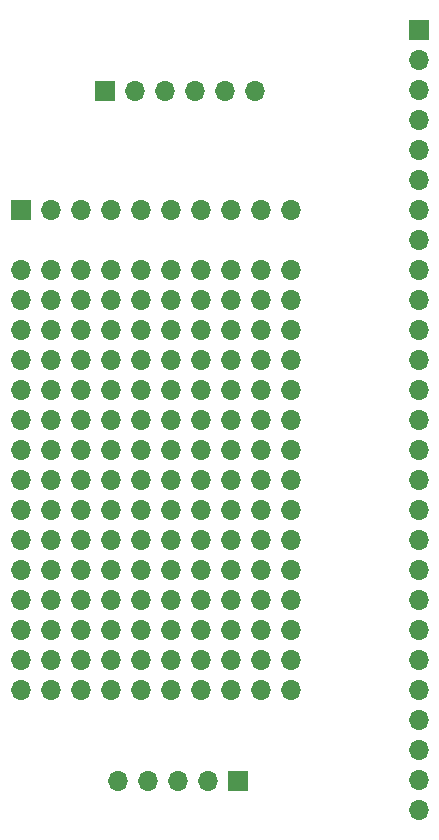
<source format=gts>
%TF.GenerationSoftware,KiCad,Pcbnew,(6.0.8)*%
%TF.CreationDate,2022-11-23T10:53:18-05:00*%
%TF.ProjectId,upper_v3,75707065-725f-4763-932e-6b696361645f,rev?*%
%TF.SameCoordinates,Original*%
%TF.FileFunction,Soldermask,Top*%
%TF.FilePolarity,Negative*%
%FSLAX46Y46*%
G04 Gerber Fmt 4.6, Leading zero omitted, Abs format (unit mm)*
G04 Created by KiCad (PCBNEW (6.0.8)) date 2022-11-23 10:53:18*
%MOMM*%
%LPD*%
G01*
G04 APERTURE LIST*
%ADD10O,1.700000X1.700000*%
%ADD11R,1.700000X1.700000*%
G04 APERTURE END LIST*
D10*
%TO.C,10*%
X119380000Y-81280000D03*
%TD*%
%TO.C,106*%
X134620000Y-104140000D03*
%TD*%
%TO.C,148*%
X139700000Y-114300000D03*
%TD*%
%TO.C,114*%
X129540000Y-106680000D03*
%TD*%
%TO.C,103*%
X127000000Y-104140000D03*
%TD*%
%TO.C,135*%
X132080000Y-111760000D03*
%TD*%
%TO.C,18*%
X139700000Y-81280000D03*
%TD*%
%TO.C,112*%
X124460000Y-106680000D03*
%TD*%
%TO.C,142*%
X124460000Y-114300000D03*
%TD*%
%TO.C,124*%
X129540000Y-109220000D03*
%TD*%
%TO.C,59*%
X142240000Y-91440000D03*
%TD*%
%TO.C,69*%
X142240000Y-93980000D03*
%TD*%
%TO.C,113*%
X127000000Y-106680000D03*
%TD*%
%TO.C,146*%
X134620000Y-114300000D03*
%TD*%
D11*
%TO.C,J2*%
X119380000Y-73660000D03*
D10*
X121920000Y-73660000D03*
X124460000Y-73660000D03*
X127000000Y-73660000D03*
X129540000Y-73660000D03*
X132080000Y-73660000D03*
X134620000Y-73660000D03*
X137160000Y-73660000D03*
X139700000Y-73660000D03*
X142240000Y-73660000D03*
%TD*%
%TO.C,108*%
X139700000Y-104140000D03*
%TD*%
%TO.C,42*%
X124460000Y-88900000D03*
%TD*%
%TO.C,3*%
X127000000Y-78740000D03*
%TD*%
%TO.C,81*%
X121920000Y-99060000D03*
%TD*%
%TO.C,126*%
X134620000Y-109220000D03*
%TD*%
%TO.C,52*%
X124460000Y-91440000D03*
%TD*%
%TO.C,29*%
X142240000Y-83820000D03*
%TD*%
%TO.C,127*%
X137160000Y-109220000D03*
%TD*%
%TO.C,85*%
X132080000Y-99060000D03*
%TD*%
%TO.C,24*%
X129540000Y-83820000D03*
%TD*%
%TO.C,7*%
X137160000Y-78740000D03*
%TD*%
%TO.C,109*%
X142240000Y-104140000D03*
%TD*%
%TO.C,22*%
X124460000Y-83820000D03*
%TD*%
%TO.C,147*%
X137160000Y-114300000D03*
%TD*%
%TO.C,67*%
X137160000Y-93980000D03*
%TD*%
%TO.C,120*%
X119380000Y-109220000D03*
%TD*%
%TO.C,117*%
X137160000Y-106680000D03*
%TD*%
%TO.C,31*%
X121920000Y-86360000D03*
%TD*%
%TO.C,62*%
X124460000Y-93980000D03*
%TD*%
%TO.C,9*%
X142240000Y-78740000D03*
%TD*%
%TO.C,43*%
X127000000Y-88900000D03*
%TD*%
%TO.C,11*%
X121920000Y-81280000D03*
%TD*%
%TO.C,71*%
X121920000Y-96520000D03*
%TD*%
%TO.C,65*%
X132080000Y-93980000D03*
%TD*%
%TO.C,104*%
X129540000Y-104140000D03*
%TD*%
%TO.C,63*%
X127000000Y-93980000D03*
%TD*%
%TO.C,93*%
X127000000Y-101600000D03*
%TD*%
%TO.C,61*%
X121920000Y-93980000D03*
%TD*%
%TO.C,13*%
X127000000Y-81280000D03*
%TD*%
%TO.C,55*%
X132080000Y-91440000D03*
%TD*%
%TO.C,138*%
X139700000Y-111760000D03*
%TD*%
%TO.C,111*%
X121920000Y-106680000D03*
%TD*%
%TO.C,27*%
X137160000Y-83820000D03*
%TD*%
%TO.C,116*%
X134620000Y-106680000D03*
%TD*%
D11*
%TO.C,J3*%
X126575000Y-63575000D03*
D10*
X129115000Y-63575000D03*
X131655000Y-63575000D03*
X134195000Y-63575000D03*
X136735000Y-63575000D03*
X139275000Y-63575000D03*
%TD*%
%TO.C,91*%
X121920000Y-101600000D03*
%TD*%
%TO.C,94*%
X129540000Y-101600000D03*
%TD*%
%TO.C,6*%
X134620000Y-78740000D03*
%TD*%
%TO.C,149*%
X142240000Y-114300000D03*
%TD*%
%TO.C,58*%
X139700000Y-91440000D03*
%TD*%
%TO.C,99*%
X142240000Y-101600000D03*
%TD*%
%TO.C,128*%
X139700000Y-109220000D03*
%TD*%
%TO.C,19*%
X142240000Y-81280000D03*
%TD*%
%TO.C,84*%
X129540000Y-99060000D03*
%TD*%
%TO.C,110*%
X119380000Y-106680000D03*
%TD*%
%TO.C,16*%
X134620000Y-81280000D03*
%TD*%
%TO.C,123*%
X127000000Y-109220000D03*
%TD*%
%TO.C,26*%
X134620000Y-83820000D03*
%TD*%
%TO.C,131*%
X121920000Y-111760000D03*
%TD*%
%TO.C,141*%
X121920000Y-114300000D03*
%TD*%
%TO.C,97*%
X137160000Y-101600000D03*
%TD*%
%TO.C,35*%
X132080000Y-86360000D03*
%TD*%
%TO.C,53*%
X127000000Y-91440000D03*
%TD*%
%TO.C,125*%
X132080000Y-109220000D03*
%TD*%
%TO.C,101*%
X121920000Y-104140000D03*
%TD*%
%TO.C,134*%
X129540000Y-111760000D03*
%TD*%
%TO.C,132*%
X124460000Y-111760000D03*
%TD*%
%TO.C,51*%
X121920000Y-91440000D03*
%TD*%
%TO.C,115*%
X132080000Y-106680000D03*
%TD*%
%TO.C,83*%
X127000000Y-99060000D03*
%TD*%
%TO.C,36*%
X134620000Y-86360000D03*
%TD*%
%TO.C,122*%
X124460000Y-109220000D03*
%TD*%
%TO.C,54*%
X129540000Y-91440000D03*
%TD*%
%TO.C,145*%
X132080000Y-114300000D03*
%TD*%
%TO.C,129*%
X142240000Y-109220000D03*
%TD*%
%TO.C,143*%
X127000000Y-114300000D03*
%TD*%
%TO.C,70*%
X119380000Y-96520000D03*
%TD*%
%TO.C,75*%
X132080000Y-96520000D03*
%TD*%
%TO.C,76*%
X134620000Y-96520000D03*
%TD*%
%TO.C,98*%
X139700000Y-101600000D03*
%TD*%
D11*
%TO.C,J1*%
X153105000Y-58415000D03*
D10*
X153105000Y-60955000D03*
X153105000Y-63495000D03*
X153105000Y-66035000D03*
X153105000Y-68575000D03*
X153105000Y-71115000D03*
X153105000Y-73655000D03*
X153105000Y-76195000D03*
X153105000Y-78735000D03*
X153105000Y-81275000D03*
X153105000Y-83815000D03*
X153105000Y-86355000D03*
X153105000Y-88895000D03*
X153105000Y-91435000D03*
X153105000Y-93975000D03*
X153105000Y-96515000D03*
X153105000Y-99055000D03*
X153105000Y-101595000D03*
X153105000Y-104135000D03*
X153105000Y-106675000D03*
X153105000Y-109215000D03*
X153105000Y-111755000D03*
X153105000Y-114295000D03*
X153105000Y-116835000D03*
X153105000Y-119375000D03*
X153105000Y-121915000D03*
X153105000Y-124455000D03*
%TD*%
%TO.C,30*%
X119380000Y-86360000D03*
%TD*%
%TO.C,14*%
X129540000Y-81280000D03*
%TD*%
%TO.C,4*%
X129540000Y-78740000D03*
%TD*%
%TO.C,56*%
X134620000Y-91440000D03*
%TD*%
%TO.C,8*%
X139700000Y-78740000D03*
%TD*%
%TO.C,46*%
X134620000Y-88900000D03*
%TD*%
%TO.C,105*%
X132080000Y-104140000D03*
%TD*%
%TO.C,72*%
X124460000Y-96520000D03*
%TD*%
%TO.C,*%
X119380000Y-78740000D03*
%TD*%
%TO.C,49*%
X142240000Y-88900000D03*
%TD*%
%TO.C,89*%
X142240000Y-99060000D03*
%TD*%
%TO.C,25*%
X132080000Y-83820000D03*
%TD*%
%TO.C,107*%
X137160000Y-104140000D03*
%TD*%
%TO.C,90*%
X119380000Y-101600000D03*
%TD*%
%TO.C,73*%
X127000000Y-96520000D03*
%TD*%
D11*
%TO.C,J4*%
X137800000Y-122000000D03*
D10*
X135260000Y-122000000D03*
X132720000Y-122000000D03*
X130180000Y-122000000D03*
X127640000Y-122000000D03*
%TD*%
%TO.C,1*%
X121920000Y-78740000D03*
%TD*%
%TO.C,39*%
X142240000Y-86360000D03*
%TD*%
%TO.C,133*%
X127000000Y-111760000D03*
%TD*%
%TO.C,20*%
X119380000Y-83820000D03*
%TD*%
%TO.C,87*%
X137160000Y-99060000D03*
%TD*%
%TO.C,121*%
X121920000Y-109220000D03*
%TD*%
%TO.C,28*%
X139700000Y-83820000D03*
%TD*%
%TO.C,15*%
X132080000Y-81280000D03*
%TD*%
%TO.C,92*%
X124460000Y-101600000D03*
%TD*%
%TO.C,88*%
X139700000Y-99060000D03*
%TD*%
%TO.C,100*%
X119380000Y-104140000D03*
%TD*%
%TO.C,41*%
X121920000Y-88900000D03*
%TD*%
%TO.C,119*%
X142240000Y-106680000D03*
%TD*%
%TO.C,21*%
X121920000Y-83820000D03*
%TD*%
%TO.C,32*%
X124460000Y-86360000D03*
%TD*%
%TO.C,79*%
X142240000Y-96520000D03*
%TD*%
%TO.C,44*%
X129540000Y-88900000D03*
%TD*%
%TO.C,60*%
X119380000Y-93980000D03*
%TD*%
%TO.C,23*%
X127000000Y-83820000D03*
%TD*%
%TO.C,82*%
X124460000Y-99060000D03*
%TD*%
%TO.C,139*%
X142240000Y-111760000D03*
%TD*%
%TO.C,95*%
X132080000Y-101600000D03*
%TD*%
%TO.C,50*%
X119380000Y-91440000D03*
%TD*%
%TO.C,102*%
X124460000Y-104140000D03*
%TD*%
%TO.C,130*%
X119380000Y-111760000D03*
%TD*%
%TO.C,74*%
X129540000Y-96520000D03*
%TD*%
%TO.C,68*%
X139700000Y-93980000D03*
%TD*%
%TO.C,17*%
X137160000Y-81280000D03*
%TD*%
%TO.C,45*%
X132080000Y-88900000D03*
%TD*%
%TO.C,86*%
X134620000Y-99060000D03*
%TD*%
%TO.C,144*%
X129540000Y-114300000D03*
%TD*%
%TO.C,34*%
X129540000Y-86360000D03*
%TD*%
%TO.C,33*%
X127000000Y-86360000D03*
%TD*%
%TO.C,40*%
X119380000Y-88900000D03*
%TD*%
%TO.C,77*%
X137160000Y-96520000D03*
%TD*%
%TO.C,64*%
X129540000Y-93980000D03*
%TD*%
%TO.C,37*%
X137160000Y-86360000D03*
%TD*%
%TO.C,118*%
X139700000Y-106680000D03*
%TD*%
%TO.C,96*%
X134620000Y-101600000D03*
%TD*%
%TO.C,80*%
X119380000Y-99060000D03*
%TD*%
%TO.C,48*%
X139700000Y-88900000D03*
%TD*%
%TO.C,137*%
X137160000Y-111760000D03*
%TD*%
%TO.C,5*%
X132080000Y-78740000D03*
%TD*%
%TO.C,38*%
X139700000Y-86360000D03*
%TD*%
%TO.C,47*%
X137160000Y-88900000D03*
%TD*%
%TO.C,66*%
X134620000Y-93980000D03*
%TD*%
%TO.C,57*%
X137160000Y-91440000D03*
%TD*%
%TO.C,12*%
X124460000Y-81280000D03*
%TD*%
%TO.C,140*%
X119380000Y-114300000D03*
%TD*%
%TO.C,2*%
X124460000Y-78740000D03*
%TD*%
%TO.C,78*%
X139700000Y-96520000D03*
%TD*%
%TO.C,136*%
X134620000Y-111760000D03*
%TD*%
M02*

</source>
